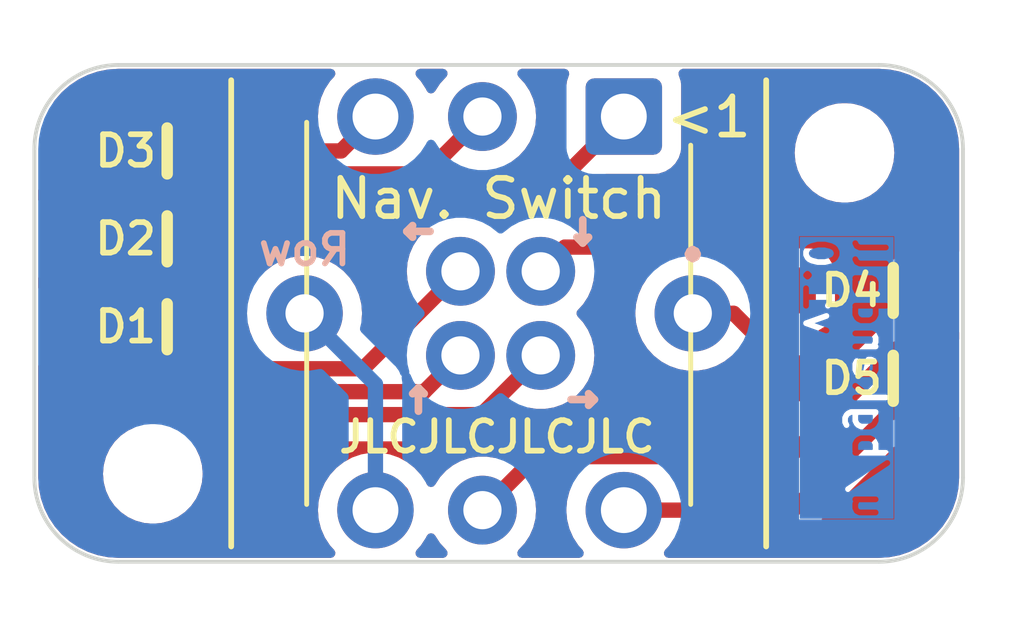
<source format=kicad_pcb>
(kicad_pcb (version 20221018) (generator pcbnew)
  (layers (0 "F.Cu" signal) (31 "B.Cu" signal) (34 "B.Paste" user) (35 "F.Paste" user) (36 "B.SilkS" user "B.Silkscreen") (37 "F.SilkS" user "F.Silkscreen") (38 "B.Mask" user) (39 "F.Mask" user) (44 "Edge.Cuts" user))
  (net 0 "")
  (net 1 "Net-(D1-K)")
  (net 2 "Net-(D1-A)")
  (net 3 "Net-(D2-K)")
  (net 4 "Net-(D2-A)")
  (net 5 "Net-(D3-K)")
  (net 6 "Net-(D3-A)")
  (net 7 "Net-(D4-K)")
  (net 8 "Net-(D4-A)")
  (net 9 "Net-(D5-K)")
  (net 10 "Net-(D5-A)")
  (net 11 "Net-(J1-Pin_6)")
  (footprint "MountingHole:MountingHole_2.1mm" (layer "F.Cu") (at 150 56.2)
    (fp_text reference "H1" hide)
    (fp_text value "MountingHole" hide)
    (pad "" np_thru_hole circle (at 0 0) (size 2.1 2.1) (drill 2.1) (layers "*.Cu" "*.Mask"))
  )
  (footprint "MountingHole:MountingHole_2.1mm" (layer "F.Cu") (at 168.1 47.8)
    (fp_text reference "H2" hide)
    (fp_text value "MountingHole" hide)
    (pad "" np_thru_hole circle (at 0 0) (size 2.1 2.1) (drill 2.1) (layers "*.Cu" "*.Mask"))
  )
  (footprint "_Project_Library:D_SOD-123" (layer "F.Cu") (at 149.55 47.75 180)
    (fp_text reference "D3" (at 0.262499 0 180) (layer "F.SilkS") (effects (font (size 0.8 0.8))))
    (fp_text value "D" hide)
    (fp_line (start -0.825 -0.6) (end -0.825 0.6) (stroke (width 0.3)) (layer "F.SilkS"))
    (pad "1" smd roundrect (at -1.65 0 180) (size 0.9 1.2) (layers "F.Cu" "F.Paste" "F.Mask") (net 5 "Net-(D3-K)"))
    (pad "2" smd roundrect (at 1.65 0 180) (size 0.9 1.2) (layers "F.Cu" "F.Paste" "F.Mask") (net 6 "Net-(D3-A)"))
  )
  (footprint "_Project_Library:D_SOD-123" (layer "F.Cu") (at 149.55 50.05 180)
    (fp_text reference "D2" (at 0.262499 0 180) (layer "F.SilkS") (effects (font (size 0.8 0.8))))
    (fp_text value "D" hide)
    (fp_line (start -0.825 -0.6) (end -0.825 0.6) (stroke (width 0.3)) (layer "F.SilkS"))
    (pad "1" smd roundrect (at -1.65 0 180) (size 0.9 1.2) (layers "F.Cu" "F.Paste" "F.Mask") (net 3 "Net-(D2-K)"))
    (pad "2" smd roundrect (at 1.65 0 180) (size 0.9 1.2) (layers "F.Cu" "F.Paste" "F.Mask") (net 4 "Net-(D2-A)"))
  )
  (footprint "_Project_Library:D_SOD-123" (layer "F.Cu") (at 168.55 53.7 180)
    (fp_text reference "D5" (at 0.262499 0 180) (layer "F.SilkS") (effects (font (size 0.8 0.8))))
    (fp_text value "D" hide)
    (fp_line (start -0.825 -0.6) (end -0.825 0.6) (stroke (width 0.3)) (layer "F.SilkS"))
    (pad "1" smd roundrect (at -1.65 0 180) (size 0.9 1.2) (layers "F.Cu" "F.Paste" "F.Mask") (net 9 "Net-(D5-K)"))
    (pad "2" smd roundrect (at 1.65 0 180) (size 0.9 1.2) (layers "F.Cu" "F.Paste" "F.Mask") (net 10 "Net-(D5-A)"))
  )
  (footprint "_Project_Library:Nav_Switch_SKQUAAA010" (layer "F.Cu") (at 159.05 52 -90)
    (fp_text reference "U1" hide)
    (fp_text value "SKQUAAA010" hide)
    (fp_text user "<1" (at -4.54825 -4.3 unlocked) (layer "F.SilkS") (effects (justify left bottom)))
    (fp_text user "Nav. Switch" (at -3 0 unlocked) (layer "F.SilkS"))
    (fp_line (start -5 5.025) (end 5 5.025) (stroke (width 0.127)) (layer "F.SilkS"))
    (fp_line (start -4.4 -5.025) (end 5 -5.025) (stroke (width 0.127)) (layer "F.SilkS"))
    (pad "1" thru_hole roundrect (at -5.15 -3.275 270) (size 2 2) (drill 1.2) (layers "*.Cu" "*.Mask") (roundrect_rratio 0.1136363636) (net 1 "Net-(D1-K)"))
    (pad "2" thru_hole circle (at -5.15 0.425 270) (size 1.8 1.8) (drill 1) (layers "*.Cu" "*.Mask") (net 3 "Net-(D2-K)"))
    (pad "3" thru_hole circle (at -5.15 3.225 270) (size 2 2) (drill 1.2) (layers "*.Cu" "*.Mask") (net 5 "Net-(D3-K)"))
    (pad "4" thru_hole circle (at 5.15 3.225 270) (size 2 2) (drill 1.2) (layers "*.Cu" "*.Mask") (net 11 "Net-(J1-Pin_6)"))
    (pad "5" thru_hole circle (at 5.15 0.425 270) (size 1.8 1.8) (drill 1) (layers "*.Cu" "*.Mask") (net 7 "Net-(D4-K)"))
    (pad "6" thru_hole circle (at 5.15 -3.275 270) (size 2 2) (drill 1.2) (layers "*.Cu" "*.Mask") (net 9 "Net-(D5-K)"))
  )
  (footprint "_Project_Library:D_SOD-123" (layer "F.Cu") (at 168.55 51.4 180)
    (fp_text reference "D4" (at 0.262499 0 180) (layer "F.SilkS") (effects (font (size 0.8 0.8))))
    (fp_text value "D" hide)
    (fp_line (start -0.825 -0.6) (end -0.825 0.6) (stroke (width 0.3)) (layer "F.SilkS"))
    (pad "1" smd roundrect (at -1.65 0 180) (size 0.9 1.2) (layers "F.Cu" "F.Paste" "F.Mask") (net 7 "Net-(D4-K)"))
    (pad "2" smd roundrect (at 1.65 0 180) (size 0.9 1.2) (layers "F.Cu" "F.Paste" "F.Mask") (net 8 "Net-(D4-A)"))
  )
  (footprint "_Project_Library:D_SOD-123" (layer "F.Cu") (at 149.55 52.35 180)
    (fp_text reference "D1" (at 0.262499 0 180) (layer "F.SilkS") (effects (font (size 0.8 0.8))))
    (fp_text value "D" hide)
    (fp_line (start -0.825 -0.6) (end -0.825 0.6) (stroke (width 0.3)) (layer "F.SilkS"))
    (pad "1" smd roundrect (at -1.65 0 180) (size 0.9 1.2) (layers "F.Cu" "F.Paste" "F.Mask") (net 1 "Net-(D1-K)"))
    (pad "2" smd roundrect (at 1.65 0 180) (size 0.9 1.2) (layers "F.Cu" "F.Paste" "F.Mask") (net 2 "Net-(D1-A)"))
  )
  (footprint "_Project_Library:Header_2x3" (layer "B.Cu") (at 159.05 52 180)
    (fp_text reference "J1" hide)
    (fp_text value "Conn_01x06" hide)
    (pad "1" thru_hole circle (at -1.1 -1.1 180) (size 1.8 1.8) (drill 1) (layers "*.Cu" "B.Mask") (net 2 "Net-(D1-A)"))
    (pad "2" thru_hole circle (at 1 -1.1 180) (size 1.8 1.8) (drill 1) (layers "*.Cu" "B.Mask") (net 4 "Net-(D2-A)"))
    (pad "3" thru_hole circle (at 1 1.1 180) (size 1.8 1.8) (drill 1) (layers "*.Cu" "B.Mask") (net 6 "Net-(D3-A)"))
    (pad "4" thru_hole circle (at -1.1 1.1 180) (size 1.8 1.8) (drill 1) (layers "*.Cu" "B.Mask") (net 8 "Net-(D4-A)"))
    (pad "5" thru_hole circle (at -5.08 0 180) (size 2 2) (drill 1) (layers "*.Cu" "B.Mask") (net 10 "Net-(D5-A)"))
    (pad "6" thru_hole circle (at 5.08 0 180) (size 2 2) (drill 1) (layers "*.Cu" "B.Mask") (net 11 "Net-(J1-Pin_6)"))
  )
  (gr_line (start 152.05 58.1) (end 152.05 45.9) (stroke (width 0.15)) (layer "F.SilkS"))
  (gr_line (start 166.05 45.9) (end 166.05 58.1) (stroke (width 0.15)) (layer "F.SilkS"))
  (gr_line (start 149.1 45.5) (end 169 45.5) (stroke (width 0.1)) (layer "Edge.Cuts"))
  (gr_line (start 171.2 47.7) (end 171.2 56.3) (stroke (width 0.1)) (layer "Edge.Cuts"))
  (gr_arc (start 171.2 56.3) (mid 170.555635 57.855634) (end 169 58.5) (stroke (width 0.1)) (layer "Edge.Cuts"))
  (gr_arc (start 149.1 58.5) (mid 147.544366 57.855635) (end 146.9 56.3) (stroke (width 0.1)) (layer "Edge.Cuts"))
  (gr_line (start 146.9 56.3) (end 146.9 47.7) (stroke (width 0.1)) (layer "Edge.Cuts"))
  (gr_arc (start 169 45.5) (mid 170.555634 46.144365) (end 171.2 47.7) (stroke (width 0.1)) (layer "Edge.Cuts"))
  (gr_line (start 169 58.5) (end 149.1 58.5) (stroke (width 0.1)) (layer "Edge.Cuts"))
  (gr_arc (start 146.9 47.7) (mid 147.544365 46.144366) (end 149.1 45.5) (stroke (width 0.1)) (layer "Edge.Cuts"))
  (gr_text "u/bgkendall\nv1.0" (at 168.1 49.95 -90) (layer "B.Cu" knockout) (effects (font (size 0.8 0.8) (thickness 0.15) bold) (justify right mirror)))
  (gr_text "←" (at 156.95 49.8) (layer "B.SilkS") (effects (font (size 0.8 0.8) (thickness 0.2) bold)))
  (gr_text "Row" (at 153.97 50.8) (layer "B.SilkS") (effects (font (size 0.8 0.8) (thickness 0.15) bold) (justify bottom mirror)))
  (gr_text "↑" (at 156.95 54.2) (layer "B.SilkS") (effects (font (size 0.8 0.8) (thickness 0.2) bold) (justify mirror)))
  (gr_text "↓" (at 161.25 49.8) (layer "B.SilkS") (effects (font (size 0.8 0.8) (thickness 0.2) bold)))
  (gr_text "•" (at 164.13 50.86225) (layer "B.SilkS") (effects (font (size 0.8 0.8) (thickness 0.2) bold) (justify bottom)))
  (gr_text "→" (at 161.25 54.2) (layer "B.SilkS") (effects (font (size 0.8 0.8) (thickness 0.2) bold)))
  (gr_text "JLCJLCJLCJLC" (at 154.790714 55.7) (layer "F.SilkS") (effects (font (size 0.8 0.8) (thickness 0.15) bold) (justify left bottom)))
  (segment (start 160.225 48.95) (end 162.325 46.85) (width 0.4) (layer "F.Cu") (net 1))
  (segment (start 152.05 50.048528) (end 153.148528 48.95) (width 0.4) (layer "F.Cu") (net 1))
  (segment (start 151.2 52.35) (end 152.05 51.5) (width 0.4) (layer "F.Cu") (net 1))
  (segment (start 153.148528 48.95) (end 160.225 48.95) (width 0.4) (layer "F.Cu") (net 1))
  (segment (start 152.05 51.5) (end 152.05 50.048528) (width 0.4) (layer "F.Cu") (net 1))
  (segment (start 150.31906 54.65) (end 158.6 54.65) (width 0.4) (layer "F.Cu") (net 2))
  (segment (start 147.9 52.35) (end 148.01906 52.35) (width 0.4) (layer "F.Cu") (net 2))
  (segment (start 148.01906 52.35) (end 150.31906 54.65) (width 0.4) (layer "F.Cu") (net 2))
  (segment (start 158.6 54.65) (end 160.15 53.1) (width 0.4) (layer "F.Cu") (net 2))
  (segment (start 151.2 50.05) (end 152.9 48.35) (width 0.4) (layer "F.Cu") (net 3))
  (segment (start 157.125 48.35) (end 158.625 46.85) (width 0.4) (layer "F.Cu") (net 3))
  (segment (start 152.9 48.35) (end 157.125 48.35) (width 0.4) (layer "F.Cu") (net 3))
  (segment (start 148.35 50.05) (end 149.45 51.15) (width 0.4) (layer "F.Cu") (net 4))
  (segment (start 150.567588 54.05) (end 157.1 54.05) (width 0.4) (layer "F.Cu") (net 4))
  (segment (start 149.549999 53.032411) (end 150.567588 54.05) (width 0.4) (layer "F.Cu") (net 4))
  (segment (start 157.1 54.05) (end 158.05 53.1) (width 0.4) (layer "F.Cu") (net 4))
  (segment (start 149.549999 51.249999) (end 149.549999 53.032411) (width 0.4) (layer "F.Cu") (net 4))
  (segment (start 147.9 50.05) (end 148.35 50.05) (width 0.4) (layer "F.Cu") (net 4))
  (segment (start 149.2 50.9) (end 149.549999 51.249999) (width 0.4) (layer "F.Cu") (net 4))
  (segment (start 154.925 47.75) (end 155.825 46.85) (width 0.4) (layer "F.Cu") (net 5))
  (segment (start 151.2 47.75) (end 154.925 47.75) (width 0.4) (layer "F.Cu") (net 5))
  (segment (start 150.149999 50.249999) (end 150.149999 52.783883) (width 0.4) (layer "F.Cu") (net 6))
  (segment (start 147.9 48) (end 150.149999 50.249999) (width 0.4) (layer "F.Cu") (net 6))
  (segment (start 155.5 53.45) (end 158.05 50.9) (width 0.4) (layer "F.Cu") (net 6))
  (segment (start 150.816116 53.45) (end 155.5 53.45) (width 0.4) (layer "F.Cu") (net 6))
  (segment (start 150.149999 52.783883) (end 150.816116 53.45) (width 0.4) (layer "F.Cu") (net 6))
  (segment (start 158.625 57.15) (end 160.025 55.75) (width 0.4) (layer "F.Cu") (net 7))
  (segment (start 166.666116 55.75) (end 170.2 52.216116) (width 0.4) (layer "F.Cu") (net 7))
  (segment (start 170.2 52.216116) (end 170.2 51.4) (width 0.4) (layer "F.Cu") (net 7))
  (segment (start 160.025 55.75) (end 166.666116 55.75) (width 0.4) (layer "F.Cu") (net 7))
  (segment (start 160.15 50.9) (end 160.783778 50.266222) (width 0.4) (layer "F.Cu") (net 8))
  (segment (start 165.766222 50.266222) (end 166.9 51.4) (width 0.4) (layer "F.Cu") (net 8))
  (segment (start 160.783778 50.266222) (end 165.766222 50.266222) (width 0.4) (layer "F.Cu") (net 8))
  (segment (start 162.325 57.15) (end 166.75 57.15) (width 0.4) (layer "F.Cu") (net 9))
  (segment (start 166.75 57.15) (end 170.2 53.7) (width 0.4) (layer "F.Cu") (net 9))
  (segment (start 165.2 52) (end 166.9 53.7) (width 0.4) (layer "F.Cu") (net 10))
  (segment (start 164.13 52) (end 165.2 52) (width 0.4) (layer "F.Cu") (net 10))
  (segment (start 156.05 57.15) (end 155.825 57.15) (width 0.4) (layer "F.Cu") (net 11))
  (segment (start 156.05 57.15) (end 156.5 56.7) (width 0.4) (layer "F.Cu") (net 11))
  (segment (start 155.825 53.855) (end 153.97 52) (width 0.4) (layer "B.Cu") (net 11))
  (segment (start 155.825 57.15) (end 155.825 53.855) (width 0.4) (layer "B.Cu") (net 11))
  (zone (net 0) (net_name "") (layers "F&B.Cu") (connect_pads (clearance 0.5)) (min_thickness 0.25) (fill yes (thermal_gap 0.5) (thermal_bridge_width 0.5))
    (polygon (pts (xy 146 43.8) (xy 172.8 43.8) (xy 172.8 60.1) (xy 146 60.1)))
  )
)
</source>
